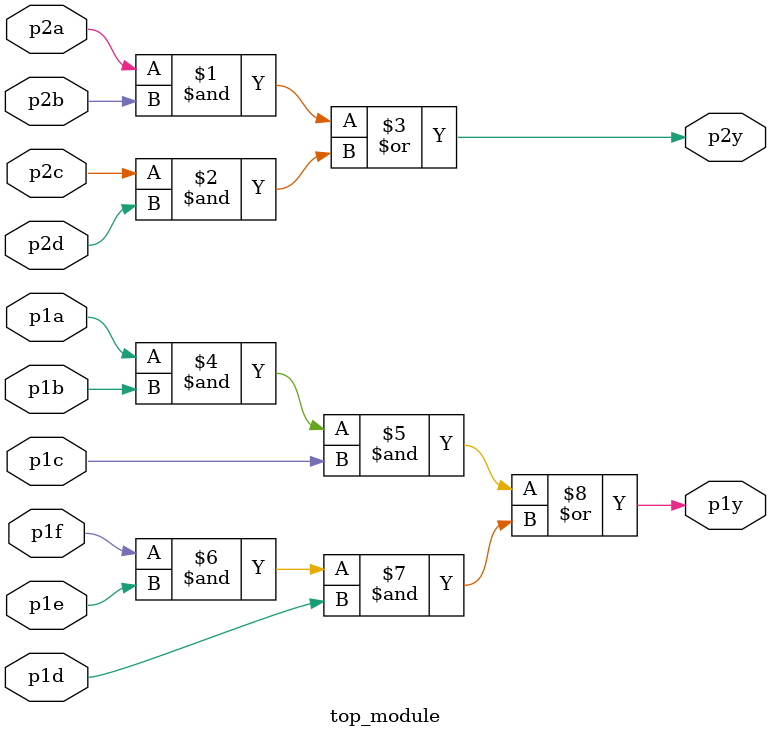
<source format=v>

module top_module ( 
    input p1a, p1b, p1c, p1d, p1e, p1f,
    output p1y,
    input p2a, p2b, p2c, p2d,
    output p2y );

    assign p2y = (p2a & p2b) | (p2c & p2d);
    assign p1y = (p1a & p1b & p1c) | (p1f & p1e & p1d);

endmodule

</source>
